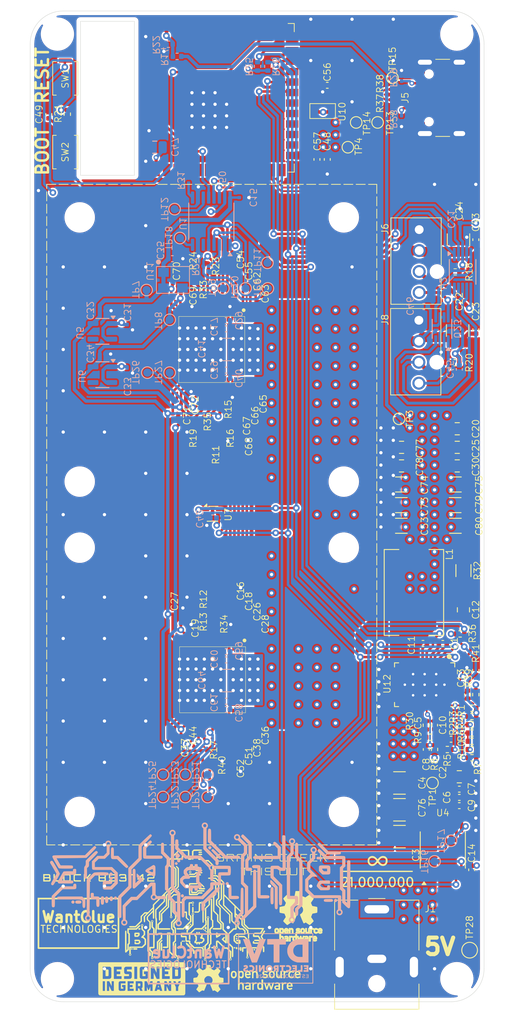
<source format=kicad_pcb>
(kicad_pcb
	(version 20240108)
	(generator "pcbnew")
	(generator_version "8.0")
	(general
		(thickness 1.6)
		(legacy_teardrops no)
	)
	(paper "A4")
	(layers
		(0 "F.Cu" signal)
		(1 "In1.Cu" power)
		(2 "In2.Cu" jumper)
		(3 "In3.Cu" jumper)
		(4 "In4.Cu" power)
		(31 "B.Cu" signal)
		(32 "B.Adhes" user "B.Adhesive")
		(33 "F.Adhes" user "F.Adhesive")
		(34 "B.Paste" user)
		(35 "F.Paste" user)
		(36 "B.SilkS" user "B.Silkscreen")
		(37 "F.SilkS" user "F.Silkscreen")
		(38 "B.Mask" user)
		(39 "F.Mask" user)
		(40 "Dwgs.User" user "User.Drawings")
		(41 "Cmts.User" user "User.Comments")
		(42 "Eco1.User" user "User.Eco1")
		(43 "Eco2.User" user "User.Eco2")
		(44 "Edge.Cuts" user)
		(45 "Margin" user)
		(46 "B.CrtYd" user "B.Courtyard")
		(47 "F.CrtYd" user "F.Courtyard")
		(48 "B.Fab" user)
		(49 "F.Fab" user)
		(50 "User.1" user)
		(51 "User.2" user)
		(52 "User.3" user)
		(53 "User.4" user)
		(54 "User.5" user)
		(55 "User.6" user)
		(56 "User.7" user)
		(57 "User.8" user)
		(58 "User.9" user)
	)
	(setup
		(stackup
			(layer "F.SilkS"
				(type "Top Silk Screen")
			)
			(layer "F.Paste"
				(type "Top Solder Paste")
			)
			(layer "F.Mask"
				(type "Top Solder Mask")
				(thickness 0.01)
			)
			(layer "F.Cu"
				(type "copper")
				(thickness 0.035)
			)
			(layer "dielectric 1"
				(type "prepreg")
				(thickness 0.1)
				(material "FR4")
				(epsilon_r 4.5)
				(loss_tangent 0.02)
			)
			(layer "In1.Cu"
				(type "copper")
				(thickness 0.035)
			)
			(layer "dielectric 2"
				(type "core")
				(thickness 0.535)
				(material "FR4")
				(epsilon_r 4.5)
				(loss_tangent 0.02)
			)
			(layer "In2.Cu"
				(type "copper")
				(thickness 0.035)
			)
			(layer "dielectric 3"
				(type "prepreg")
				(thickness 0.1)
				(material "FR4")
				(epsilon_r 4.5)
				(loss_tangent 0.02)
			)
			(layer "In3.Cu"
				(type "copper")
				(thickness 0.035)
			)
			(layer "dielectric 4"
				(type "core")
				(thickness 0.535)
				(material "FR4")
				(epsilon_r 4.5)
				(loss_tangent 0.02)
			)
			(layer "In4.Cu"
				(type "copper")
				(thickness 0.035)
			)
			(layer "dielectric 5"
				(type "prepreg")
				(thickness 0.1)
				(material "FR4")
				(epsilon_r 4.5)
				(loss_tangent 0.02)
			)
			(layer "B.Cu"
				(type "copper")
				(thickness 0.035)
			)
			(layer "B.Mask"
				(type "Bottom Solder Mask")
				(thickness 0.01)
			)
			(layer "B.Paste"
				(type "Bottom Solder Paste")
			)
			(layer "B.SilkS"
				(type "Bottom Silk Screen")
			)
			(copper_finish "ENIG")
			(dielectric_constraints no)
		)
		(pad_to_mask_clearance 0)
		(allow_soldermask_bridges_in_footprints no)
		(pcbplotparams
			(layerselection 0x00010fc_ffffffff)
			(plot_on_all_layers_selection 0x0000000_00000000)
			(disableapertmacros no)
			(usegerberextensions no)
			(usegerberattributes yes)
			(usegerberadvancedattributes yes)
			(creategerberjobfile no)
			(dashed_line_dash_ratio 12.000000)
			(dashed_line_gap_ratio 3.000000)
			(svgprecision 4)
			(plotframeref no)
			(viasonmask no)
			(mode 1)
			(useauxorigin no)
			(hpglpennumber 1)
			(hpglpenspeed 20)
			(hpglpendiameter 15.000000)
			(pdf_front_fp_property_popups yes)
			(pdf_back_fp_property_popups yes)
			(dxfpolygonmode yes)
			(dxfimperialunits yes)
			(dxfusepcbnewfont yes)
			(psnegative no)
			(psa4output no)
			(plotreference yes)
			(plotvalue no)
			(plotfptext yes)
			(plotinvisibletext no)
			(sketchpadsonfab no)
			(subtractmaskfromsilk yes)
			(outputformat 1)
			(mirror no)
			(drillshape 0)
			(scaleselection 1)
			(outputdirectory "../gerber/")
		)
	)
	(net 0 "")
	(net 1 "GND")
	(net 2 "VDD")
	(net 3 "unconnected-(U8-GPIO9{slash}TOUCH9{slash}ADC1_CH8{slash}FSPIHD{slash}SUBSPIHD-Pad17)")
	(net 4 "/Domain/0V8")
	(net 5 "/ESP32/USB_D-")
	(net 6 "/ESP32/USB_D+")
	(net 7 "unconnected-(J5-SBU2-PadB8)")
	(net 8 "Net-(J5-D+-PadA6)")
	(net 9 "Net-(J5-D--PadA7)")
	(net 10 "unconnected-(J5-SBU1-PadA8)")
	(net 11 "Net-(J5-CC1)")
	(net 12 "Net-(J5-CC2)")
	(net 13 "/ESP32/IO0")
	(net 14 "unconnected-(U3-PIN_MODE-Pad19)")
	(net 15 "/Domain/1V2")
	(net 16 "/Power/AGND")
	(net 17 "Net-(U3-LITE_PAD)")
	(net 18 "Net-(J5-VBUS-PadA4)")
	(net 19 "Net-(U3-CI)")
	(net 20 "Net-(U12-DRTN)")
	(net 21 "Net-(U3-RI)")
	(net 22 "Net-(U3-BI)")
	(net 23 "Net-(U3-ROSC_SEL)")
	(net 24 "Net-(U12-BP1V5)")
	(net 25 "Net-(U12-AVIN)")
	(net 26 "Net-(U12-EN{slash}UVLO)")
	(net 27 "Net-(U12-VDD5)")
	(net 28 "/Power/SW")
	(net 29 "Net-(C12-Pad1)")
	(net 30 "Net-(U12-BOOT)")
	(net 31 "/Domain/I_BI")
	(net 32 "Net-(U3-RO)")
	(net 33 "Net-(U3-CLKI)")
	(net 34 "Net-(U12-GOSNS)")
	(net 35 "/Domain/NRSTO")
	(net 36 "/Domain/I_RO")
	(net 37 "unconnected-(U5-PG-Pad4)")
	(net 38 "unconnected-(U6-PG-Pad4)")
	(net 39 "Net-(U12-VOSNS)")
	(net 40 "unconnected-(U8-*GPIO46-Pad16)")
	(net 41 "unconnected-(U8-GPIO4{slash}TOUCH4{slash}ADC1_CH3-Pad4)")
	(net 42 "unconnected-(U8-GPIO5{slash}TOUCH5{slash}ADC1_CH4-Pad5)")
	(net 43 "unconnected-(U8-*GPIO45-Pad26)")
	(net 44 "/Domain/CLKI")
	(net 45 "Net-(U9-VDD1_0)")
	(net 46 "unconnected-(U8-U0RXD{slash}GPIO44{slash}CLK_OUT2-Pad36)")
	(net 47 "unconnected-(U8-GPIO21-Pad23)")
	(net 48 "unconnected-(U10-NC-Pad4)")
	(net 49 "unconnected-(U8-U0TXD{slash}GPIO43{slash}CLK_OUT1-Pad37)")
	(net 50 "Net-(U9-VDD2_0)")
	(net 51 "/TX")
	(net 52 "/RX")
	(net 53 "/RST")
	(net 54 "Net-(U9-VDD3_0)")
	(net 55 "Net-(U9-VDD3_1)")
	(net 56 "Net-(U9-VDD2_1)")
	(net 57 "Net-(U9-VDD1_1)")
	(net 58 "/Domain/I_CI")
	(net 59 "/Domain/I_NRSTI")
	(net 60 "Net-(U12-MSEL1)")
	(net 61 "unconnected-(U4-NC-Pad13)")
	(net 62 "/Power/SMB_ALRT")
	(net 63 "Net-(U3-VDD1_0)")
	(net 64 "Net-(U3-VDD2_0)")
	(net 65 "/ESP32/VDD_SAMPLE_0")
	(net 66 "Net-(U3-VDD3_0)")
	(net 67 "Net-(U3-VDD3_1)")
	(net 68 "Net-(U3-VDD2_1)")
	(net 69 "unconnected-(U7-ALERT-Pad3)")
	(net 70 "/Fan/FAN1_TACH")
	(net 71 "/Fan/FAN1_PWM")
	(net 72 "/Fan/FAN2_TACH")
	(net 73 "/Fan/FAN2_PWM")
	(net 74 "unconnected-(U2-*ALERT-Pad10)")
	(net 75 "unconnected-(U2-CLK-Pad9)")
	(net 76 "Net-(U3-VDD1_1)")
	(net 77 "Net-(U12-MSEL2)")
	(net 78 "Net-(U12-ADRSEL)")
	(net 79 "Net-(U12-VSEL)")
	(net 80 "Net-(U9-CO)")
	(net 81 "Net-(U9-RI)")
	(net 82 "Net-(U3-NRSTI)")
	(net 83 "/SCL")
	(net 84 "/SDA")
	(net 85 "Net-(U9-BO)")
	(net 86 "unconnected-(U8-GPIO7{slash}TOUCH7{slash}ADC1_CH6-Pad7)")
	(net 87 "unconnected-(U8-GPIO15{slash}U0RTS{slash}ADC2_CH4{slash}XTAL_32K_P-Pad8)")
	(net 88 "unconnected-(U8-GPIO10{slash}TOUCH10{slash}ADC1_CH9{slash}FSPICS0{slash}FSPIIO4{slash}SUBSPICS0-Pad18)")
	(net 89 "unconnected-(U8-SPIIO6{slash}GPIO35{slash}FSPID{slash}SUBSPID-Pad28)")
	(net 90 "unconnected-(U8-SPIDQS{slash}GPIO37{slash}FSPIQ{slash}SUBSPIQ-Pad30)")
	(net 91 "unconnected-(U8-GPIO38{slash}FSPIWP{slash}SUBSPIWP-Pad31)")
	(net 92 "unconnected-(U8-SPIIO7{slash}GPIO36{slash}FSPICLK{slash}SUBSPICLK-Pad29)")
	(net 93 "Net-(U9-ROSC_SEL)")
	(net 94 "unconnected-(U3-INV_CLKO-Pad12)")
	(net 95 "VIN")
	(net 96 "unconnected-(U8-GPIO11{slash}TOUCH11{slash}ADC2_CH0{slash}FSPID{slash}FSPIIO5{slash}SUBSPID-Pad19)")
	(net 97 "unconnected-(U8-GPIO12{slash}TOUCH12{slash}ADC2_CH1{slash}FSPICLK{slash}FSPIIO6{slash}SUBSPICLK-Pad20)")
	(net 98 "/ESP32/EN")
	(net 99 "unconnected-(U8-GPIO6{slash}TOUCH6{slash}ADC1_CH5-Pad6)")
	(net 100 "Net-(U3-CO)")
	(net 101 "Net-(U3-CLKO)")
	(net 102 "/Fan/PWM2")
	(net 103 "/Fan/PWM1")
	(net 104 "Net-(U3-BO)")
	(net 105 "Net-(U3-TEMP_N)")
	(net 106 "3V3")
	(net 107 "Net-(U3-TEMP_P)")
	(net 108 "Net-(U1-A1)")
	(net 109 "Net-(U1-OE)")
	(net 110 "Net-(U9-LITE_PAD)")
	(net 111 "Net-(U9-CLKO)")
	(net 112 "+5V")
	(net 113 "Net-(U1-B4)")
	(net 114 "/Power/PGOOD")
	(net 115 "unconnected-(U8-MTDI{slash}GPIO41{slash}CLK_OUT1-Pad34)")
	(net 116 "unconnected-(U8-MTMS{slash}GPIO42-Pad35)")
	(net 117 "unconnected-(U8-MTCK{slash}GPIO39{slash}CLK_OUT3{slash}SUBSPICS1-Pad32)")
	(net 118 "unconnected-(U8-MTDO{slash}GPIO40{slash}CLK_OUT2-Pad33)")
	(net 119 "Net-(U1-DIR4)")
	(net 120 "Net-(U9-TEMP_N)")
	(net 121 "Net-(U9-TEMP_P)")
	(net 122 "unconnected-(U1-A4-Pad6)")
	(net 123 "unconnected-(U9-PIN_MODE-Pad19)")
	(net 124 "unconnected-(U9-INV_CLKO-Pad12)")
	(net 125 "unconnected-(U12-BCX_CLK-Pad39)")
	(net 126 "unconnected-(U12-NC-Pad36)")
	(net 127 "unconnected-(U12-SYNC-Pad38)")
	(net 128 "unconnected-(U12-BCX_DAT-Pad40)")
	(net 129 "unconnected-(U12-VSHARE-Pad35)")
	(net 130 "/ESP32/INA_ALRT")
	(net 131 "/ESP32/PWR_EN")
	(footprint "Capacitor_SMD:C_0402_1005Metric" (layer "F.Cu") (at 81 63.98 -90))
	(footprint "BitForgeNano:TSSOP-16_4.4x5mm_P0.65mm" (layer "F.Cu") (at 95 147.62 90))
	(footprint "BitForgeNano:MountingHole_3.2mm_M3_ISO14580" (layer "F.Cu") (at 51 143 180))
	(footprint "Capacitor_SMD:C_0402_1005Metric" (layer "F.Cu") (at 97 141.25))
	(footprint "Capacitor_SMD:C_0402_1005Metric" (layer "F.Cu") (at 97 140.25))
	(footprint "BitForgeNano:" (layer "F.Cu") (at 48.3 163.200011 90))
	(footprint "BitForgeNano:R_0201_0603Metric" (layer "F.Cu") (at 66.6 76.9125 -90))
	(footprint "BitForgeNano:R_0201_0603Metric" (layer "F.Cu") (at 89 55.5))
	(footprint "BitForgeNano:MountingHole_3.2mm_M3_ISO14580" (layer "F.Cu") (at 51 111 180))
	(footprint "LOGO" (layer "F.Cu") (at 71.25 163.3))
	(footprint "BitForgeNano:MountingHole_3.2mm_M3_ISO14580" (layer "F.Cu") (at 83 103 180))
	(footprint "BitForgeNano:C_0201_0603Metric" (layer "F.Cu") (at 72 133.7 180))
	(footprint "Resistor_SMD:R_0402_1005Metric" (layer "F.Cu") (at 98.54 131.45 180))
	(footprint "BitForgeNano:USB_C_Receptacle_GCT_USB4105-xx-A_16P_TopMnt_Horizontal" (layer "F.Cu") (at 95.935 56.525 90))
	(footprint "Resistor_SMD:R_0402_1005Metric" (layer "F.Cu") (at 93 132.51 90))
	(footprint "Capacitor_SMD:C_0805_2012Metric" (layer "F.Cu") (at 90 98.85 180))
	(footprint "BitForgeNano:BarrelJack_CUI_PJ-063AH_Horizontal" (layer "F.Cu") (at 87 154.8))
	(footprint "BitForgeNano:C_0201_0603Metric" (layer "F.Cu") (at 69.6 116.155 -90))
	(footprint "BitForgeNano:C_0201_0603Metric" (layer "F.Cu") (at 70.1 117.855))
	(footprint "BitForgeNano:470531000" (layer "F.Cu") (at 92.1 83.46 -90))
	(footprint "Resistor_SMD:R_0402_1005Metric" (layer "F.Cu") (at 97.1 121.45 180))
	(footprint "Capacitor_SMD:C_1206_3216Metric" (layer "F.Cu") (at 96.525 108.35))
	(footprint "BitForgeNano:C_0201_0603Metric" (layer "F.Cu") (at 71.1 79.0125))
	(footprint "BitForgeNano:C_0201_0603Metric" (layer "F.Cu") (at 71.1 94.8 180))
	(footprint "BitForgeNano:" (layer "F.Cu") (at 96.7 163.200011 90))
	(footprint "BitForgeNano:C_0201_0603Metric" (layer "F.Cu") (at 70.1 136.1 180))
	(footprint "BitForgeNano:C_0201_0603Metric" (layer "F.Cu") (at 70.5 97.7 -90))
	(footprint "BitForgeNano:C_0201_0603Metric" (layer "F.Cu") (at 72 80.2125))
	(footprint "BitForgeNano:C_0201_0603Metric" (layer "F.Cu") (at 69.6 76.1125 -90))
	(footprint "Resistor_SMD:R_0402_1005Metric" (layer "F.Cu") (at 94 135.44 -90))
	(footprint "Resistor_SMD:R_0402_1005Metric"
		(layer "F.Cu")
		(uuid "3a79f35c-50a0-457a-a85d-50b8200c3ee2")
		(at 98.54 136.45)
		(descr "Resistor SMD 0402 (1005 Metric), square (rectangular) end terminal, IPC_7351 nominal, (Body size source: IPC-SM-782 page 72, https://www.pcb-3d.com/wordpress/wp-content/uploads/ipc-sm-782a_amendment_1_and_2.pdf), generated with kicad-footprint-generator")
		(tags "resistor")
		(property "Reference" "R7"
			(at 0.71 1.3 90)
			(unlocked yes)
			(layer "F.SilkS")
			(uuid "75478a63-e043-4659-b569-9d3e3a6178f9")
			(effects
				(font
					(size 0.8 0.8)
					(thickness 0.1)
				)
			)
		)
		(property "Value" "~"
			(at 0 1.17 0)
			(layer "F.Fab")
			(uuid "70bdf258-fe4e-4cf9-875b-7e877219d5c4")
			(effects
				(font
					(size 1 1)
					(thickness 0.15)
				)
			)
		)
		(property "Footprint" "Resistor_SMD:R_0402_1005Metric"
			(at 0 0 0)
			(unlocked yes)
			(layer "F.Fab")
			(hide yes)
			(uuid "19cd79ec-4cd1-4c6f-93ca-e906127a1d9f")
			(effects
				(font
					(size 1.27 1.27)
					(thickness 0.15)
				)
			)
		)
		(property "Datasheet" ""
			(at 0 0 0)
			(unlocked yes)
			(layer "F.Fab")
			(hide yes)
			(uuid "522230bc-e208-45c1-9e97-0fff9f09f5d7")
			(effects
				(font
					(size 1.27 1.27)
					(thickness 0.15)
				)
			)
		)
		(property "Description" "Resistor"
			(at 0 0 0)
			(unlocked yes)
			(layer "F.Fab")
			(hide yes)
			(uuid "0a06f7a0-9db7-4d98-b9f7-97e9d04332d6")
			(effects
				(font
					(size 1.27 1.27)
					(thickness 0.15)
				)
			)
		)
		(property "DK" ""
			(at 0 0 0)
			(unlocked yes)
			(layer "F.Fab")
			(hide yes)
			(uuid "fedc5678-ffd7-44e5-9164-79d8dac88b5f")
			(effects
				(font
					(size 1 1)
					(thickness 0.15)
				)
			)
		)
		(property "PARTNO" ""
			(at 0 0 180)
			(unlocked yes)
			(layer "F.Fab")
			(hide yes)
			(uuid "c3b645c6-9462-4303-9752-4a42f4698b92")
			(effects
				(font
					(size 1 1)
					(thickness 0.15)
				)
			)
		)
		(property "Symbol" ""
			(at 0 0 0)
			(unlocked yes)
			(layer "F.Fab")
			(hide yes)
			(uuid "a8a40fa0-7ccc-4865-91ff-fda563e42100")
			(effects
				(font
					(size 1 1)
					(thickness 0.15)
				)
			)
		)
		(property ki_fp_filters "R_*")
		(path "/36c1fe60-bc71-4a38-b1da-34ab9d3681cc/9ae7234b-08bc-4603-b6fb-f5e9effc5f1e")
		(sheetname "Power")
		(sheetfile "Power.kicad_sch")
		(attr smd dnp)
		(fp_line
			(start -0.153641 -0.38)
			(end 0.153641 -0.38)
			(stroke
				(width 0.12)
				(type solid)
			)
			(layer "F.SilkS")
			(uuid "31840be9-92f7-4729-9efd-4bb54739857e")
		)
		(fp_line
			(start -0.153641 0.38)
			(end 0.153641 0.38)
			(stroke
				(width 0.12)
				(type solid)
			)
			(layer "F.SilkS")
			(uuid "95f2349a-7a8d-4f34-9bd0-ad97b85e89f6")
		)
		(fp_line
			(start -0.93 -0.47)
			(end 0.93 -0.47)
			(stroke
				(width 0.05)
				(type solid)
			)
			(layer "F.CrtYd")

... [4470239 chars truncated]
</source>
